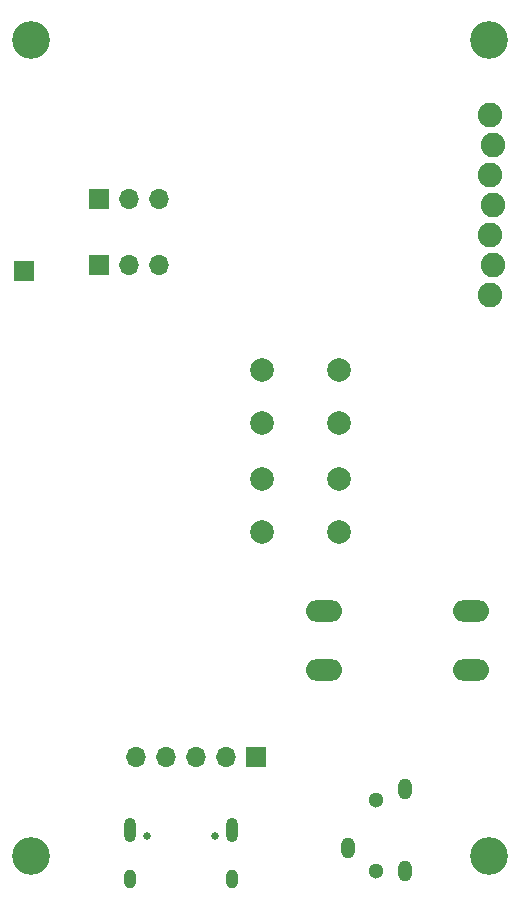
<source format=gbr>
%TF.GenerationSoftware,KiCad,Pcbnew,(7.0.0)*%
%TF.CreationDate,2023-12-01T19:40:39-08:00*%
%TF.ProjectId,OpenShock,4f70656e-5368-46f6-936b-2e6b69636164,rev?*%
%TF.SameCoordinates,Original*%
%TF.FileFunction,Soldermask,Bot*%
%TF.FilePolarity,Negative*%
%FSLAX46Y46*%
G04 Gerber Fmt 4.6, Leading zero omitted, Abs format (unit mm)*
G04 Created by KiCad (PCBNEW (7.0.0)) date 2023-12-01 19:40:39*
%MOMM*%
%LPD*%
G01*
G04 APERTURE LIST*
%ADD10C,3.200000*%
%ADD11C,1.300000*%
%ADD12O,1.200000X1.800000*%
%ADD13R,1.700000X1.700000*%
%ADD14O,1.700000X1.700000*%
%ADD15C,2.000000*%
%ADD16C,0.650000*%
%ADD17O,1.000000X2.100000*%
%ADD18O,1.000000X1.600000*%
%ADD19O,3.048000X1.850000*%
%ADD20C,2.082800*%
G04 APERTURE END LIST*
D10*
%TO.C,REF\u002A\u002A*%
X141605000Y-39370000D03*
%TD*%
D11*
%TO.C,CN1*%
X132080000Y-109728000D03*
X132080000Y-103728000D03*
D12*
X134479999Y-109727999D03*
X134479999Y-102727999D03*
X129679999Y-107727999D03*
%TD*%
D10*
%TO.C,REF\u002A\u002A*%
X102870000Y-108458000D03*
%TD*%
D13*
%TO.C,AE1*%
X102234999Y-58927999D03*
%TD*%
%TO.C,J6*%
X121919999Y-100075999D03*
D14*
X119379999Y-100075999D03*
X116839999Y-100075999D03*
X114299999Y-100075999D03*
X111759999Y-100075999D03*
%TD*%
D15*
%TO.C,SW2*%
X128905000Y-76490000D03*
X122405000Y-80990000D03*
X128905000Y-80990000D03*
X122405000Y-76490000D03*
%TD*%
D13*
%TO.C,J3*%
X108584999Y-58419999D03*
D14*
X111124999Y-58419999D03*
X113664999Y-58419999D03*
%TD*%
D15*
%TO.C,SW1*%
X128905000Y-67255000D03*
X122405000Y-71755000D03*
X128905000Y-71755000D03*
X122405000Y-67255000D03*
%TD*%
D10*
%TO.C,REF\u002A\u002A*%
X141605000Y-108458000D03*
%TD*%
D16*
%TO.C,J1*%
X112680000Y-106720000D03*
X118460000Y-106720000D03*
D17*
X111249999Y-106189999D03*
D18*
X111249999Y-110369999D03*
D17*
X119889999Y-106189999D03*
D18*
X119889999Y-110369999D03*
%TD*%
D10*
%TO.C,REF\u002A\u002A*%
X102870000Y-39370000D03*
%TD*%
D19*
%TO.C,SW3*%
X127634999Y-87709999D03*
X140134999Y-87709999D03*
X127634999Y-92709999D03*
X140134999Y-92709999D03*
%TD*%
D13*
%TO.C,J2*%
X108584999Y-52806999D03*
D14*
X111124999Y-52806999D03*
X113664999Y-52806999D03*
%TD*%
D20*
%TO.C,J4*%
X141732000Y-45720000D03*
X141986000Y-48260000D03*
X141732000Y-50800000D03*
X141986000Y-53340000D03*
X141732000Y-55880000D03*
X141986000Y-58420000D03*
X141732000Y-60960000D03*
%TD*%
M02*

</source>
